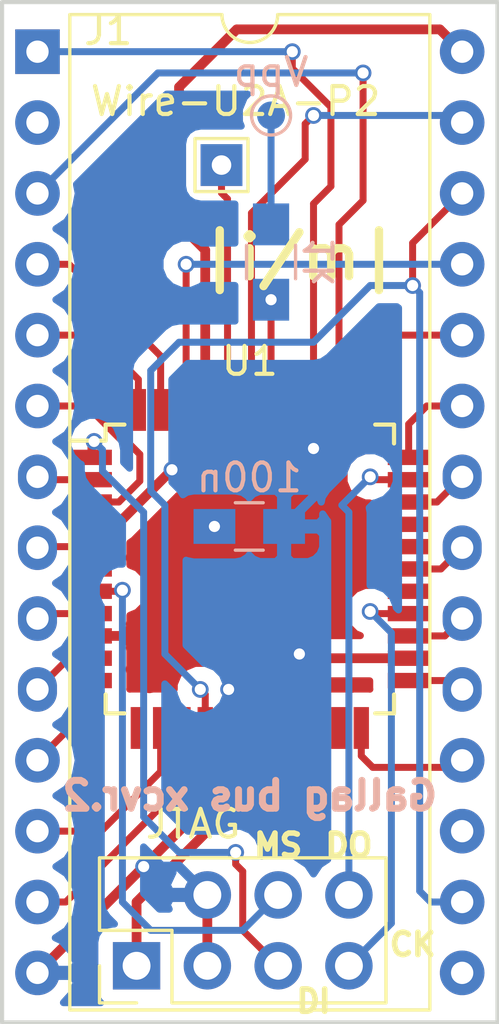
<source format=kicad_pcb>
(kicad_pcb (version 4) (host pcbnew 4.0.7-e2-6376~58~ubuntu16.04.1)

  (general
    (links 43)
    (no_connects 0)
    (area 164.516999 110.668999 182.447001 148.947)
    (thickness 1.6)
    (drawings 10)
    (tracks 187)
    (zones 0)
    (modules 7)
    (nets 43)
  )

  (page A4)
  (title_block
    (title "Gallag (blue?) daughterboard")
    (date 2023-11-24)
    (rev 0.2)
    (company IZ8DWF)
  )

  (layers
    (0 F.Cu signal)
    (31 B.Cu signal)
    (32 B.Adhes user)
    (33 F.Adhes user)
    (34 B.Paste user)
    (35 F.Paste user)
    (36 B.SilkS user)
    (37 F.SilkS user)
    (38 B.Mask user)
    (39 F.Mask user)
    (40 Dwgs.User user)
    (41 Cmts.User user)
    (42 Eco1.User user)
    (43 Eco2.User user)
    (44 Edge.Cuts user)
    (45 Margin user)
    (46 B.CrtYd user)
    (47 F.CrtYd user)
    (48 B.Fab user)
    (49 F.Fab user)
  )

  (setup
    (last_trace_width 0.25)
    (trace_clearance 0.2)
    (zone_clearance 0.508)
    (zone_45_only no)
    (trace_min 0.2)
    (segment_width 0.2)
    (edge_width 0.15)
    (via_size 0.6)
    (via_drill 0.4)
    (via_min_size 0.4)
    (via_min_drill 0.3)
    (uvia_size 0.3)
    (uvia_drill 0.1)
    (uvias_allowed no)
    (uvia_min_size 0.2)
    (uvia_min_drill 0.1)
    (pcb_text_width 0.3)
    (pcb_text_size 1.5 1.5)
    (mod_edge_width 0.15)
    (mod_text_size 1 1)
    (mod_text_width 0.15)
    (pad_size 0.85 0.75)
    (pad_drill 0.5)
    (pad_to_mask_clearance 0.2)
    (aux_axis_origin 0 0)
    (visible_elements FFFFFF7F)
    (pcbplotparams
      (layerselection 0x010f0_80000001)
      (usegerberextensions true)
      (excludeedgelayer true)
      (linewidth 0.100000)
      (plotframeref false)
      (viasonmask false)
      (mode 1)
      (useauxorigin false)
      (hpglpennumber 1)
      (hpglpenspeed 20)
      (hpglpendiameter 15)
      (hpglpenoverlay 2)
      (psnegative false)
      (psa4output false)
      (plotreference true)
      (plotvalue true)
      (plotinvisibletext false)
      (padsonsilk false)
      (subtractmaskfromsilk false)
      (outputformat 1)
      (mirror false)
      (drillshape 0)
      (scaleselection 1)
      (outputdirectory gerber/))
  )

  (net 0 "")
  (net 1 VCC)
  (net 2 GND)
  (net 3 /CK6)
  (net 4 /~RD)
  (net 5 "Net-(J1-Pad2)")
  (net 6 /~CK1.5)
  (net 7 "Net-(J1-Pad17)")
  (net 8 /LD1)
  (net 9 /LD0)
  (net 10 /LD7)
  (net 11 /LD2)
  (net 12 /LD6)
  (net 13 /LD5)
  (net 14 /LD3)
  (net 15 /LD4)
  (net 16 /DBR/~W)
  (net 17 /BR/~W)
  (net 18 /~MRQ)
  (net 19 /DCK1.5)
  (net 20 "Net-(J3-Pad1)")
  (net 21 "Net-(R1-Pad2)")
  (net 22 /SD6)
  (net 23 /SD5)
  (net 24 /SD4)
  (net 25 /SD3)
  (net 26 /SD2)
  (net 27 /SD1)
  (net 28 /SD0)
  (net 29 /SD7)
  (net 30 "Net-(U1-Pad18)")
  (net 31 "Net-(U1-Pad19)")
  (net 32 "Net-(U1-Pad20)")
  (net 33 "Net-(U1-Pad21)")
  (net 34 "Net-(U1-Pad30)")
  (net 35 "Net-(U1-Pad27)")
  (net 36 "Net-(U1-Pad6)")
  (net 37 "Net-(U1-Pad12)")
  (net 38 "Net-(J1-Pad15)")
  (net 39 "Net-(J4-Pad6)")
  (net 40 "Net-(J4-Pad5)")
  (net 41 "Net-(J4-Pad7)")
  (net 42 "Net-(J4-Pad8)")

  (net_class Default "This is the default net class."
    (clearance 0.2)
    (trace_width 0.25)
    (via_dia 0.6)
    (via_drill 0.4)
    (uvia_dia 0.3)
    (uvia_drill 0.1)
    (add_net /BR/~W)
    (add_net /CK6)
    (add_net /DBR/~W)
    (add_net /DCK1.5)
    (add_net /LD0)
    (add_net /LD1)
    (add_net /LD2)
    (add_net /LD3)
    (add_net /LD4)
    (add_net /LD5)
    (add_net /LD6)
    (add_net /LD7)
    (add_net /SD0)
    (add_net /SD1)
    (add_net /SD2)
    (add_net /SD3)
    (add_net /SD4)
    (add_net /SD5)
    (add_net /SD6)
    (add_net /SD7)
    (add_net /~CK1.5)
    (add_net /~MRQ)
    (add_net /~RD)
    (add_net "Net-(J1-Pad15)")
    (add_net "Net-(J1-Pad17)")
    (add_net "Net-(J1-Pad2)")
    (add_net "Net-(J3-Pad1)")
    (add_net "Net-(J4-Pad5)")
    (add_net "Net-(J4-Pad6)")
    (add_net "Net-(J4-Pad7)")
    (add_net "Net-(J4-Pad8)")
    (add_net "Net-(R1-Pad2)")
    (add_net "Net-(U1-Pad12)")
    (add_net "Net-(U1-Pad18)")
    (add_net "Net-(U1-Pad19)")
    (add_net "Net-(U1-Pad20)")
    (add_net "Net-(U1-Pad21)")
    (add_net "Net-(U1-Pad27)")
    (add_net "Net-(U1-Pad30)")
    (add_net "Net-(U1-Pad6)")
  )

  (net_class pwr ""
    (clearance 0.2)
    (trace_width 0.35)
    (via_dia 0.6)
    (via_drill 0.4)
    (uvia_dia 0.3)
    (uvia_drill 0.1)
    (add_net GND)
    (add_net VCC)
  )

  (module Pin_Headers:Pin_Header_Straight_2x04_Pitch2.54mm (layer F.Cu) (tedit 62A3904F) (tstamp 62A35A24)
    (at 169.418 145.288 90)
    (descr "Through hole straight pin header, 2x04, 2.54mm pitch, double rows")
    (tags "Through hole pin header THT 2x04 2.54mm double row")
    (path /62A356CB)
    (fp_text reference J4 (at 1.27 -2.33 90) (layer F.SilkS) hide
      (effects (font (size 1 1) (thickness 0.15)))
    )
    (fp_text value JTAG (at 5.08 2.032 180) (layer F.SilkS)
      (effects (font (size 1 1) (thickness 0.15)))
    )
    (fp_line (start 0 -1.27) (end 3.81 -1.27) (layer F.Fab) (width 0.1))
    (fp_line (start 3.81 -1.27) (end 3.81 8.89) (layer F.Fab) (width 0.1))
    (fp_line (start 3.81 8.89) (end -1.27 8.89) (layer F.Fab) (width 0.1))
    (fp_line (start -1.27 8.89) (end -1.27 0) (layer F.Fab) (width 0.1))
    (fp_line (start -1.27 0) (end 0 -1.27) (layer F.Fab) (width 0.1))
    (fp_line (start -1.33 8.95) (end 3.87 8.95) (layer F.SilkS) (width 0.12))
    (fp_line (start -1.33 1.27) (end -1.33 8.95) (layer F.SilkS) (width 0.12))
    (fp_line (start 3.87 -1.33) (end 3.87 8.95) (layer F.SilkS) (width 0.12))
    (fp_line (start -1.33 1.27) (end 1.27 1.27) (layer F.SilkS) (width 0.12))
    (fp_line (start 1.27 1.27) (end 1.27 -1.33) (layer F.SilkS) (width 0.12))
    (fp_line (start 1.27 -1.33) (end 3.87 -1.33) (layer F.SilkS) (width 0.12))
    (fp_line (start -1.33 0) (end -1.33 -1.33) (layer F.SilkS) (width 0.12))
    (fp_line (start -1.33 -1.33) (end 0 -1.33) (layer F.SilkS) (width 0.12))
    (fp_line (start -1.8 -1.8) (end -1.8 9.4) (layer F.CrtYd) (width 0.05))
    (fp_line (start -1.8 9.4) (end 4.35 9.4) (layer F.CrtYd) (width 0.05))
    (fp_line (start 4.35 9.4) (end 4.35 -1.8) (layer F.CrtYd) (width 0.05))
    (fp_line (start 4.35 -1.8) (end -1.8 -1.8) (layer F.CrtYd) (width 0.05))
    (fp_text user %R (at 1.27 3.81 180) (layer F.Fab) hide
      (effects (font (size 1 1) (thickness 0.15)))
    )
    (pad 1 thru_hole rect (at 0 0 90) (size 1.7 1.7) (drill 1) (layers *.Cu *.Mask)
      (net 1 VCC))
    (pad 3 thru_hole oval (at 0 2.54 90) (size 1.7 1.7) (drill 1) (layers *.Cu *.Mask)
      (net 2 GND))
    (pad 4 thru_hole oval (at 2.54 2.54 90) (size 1.7 1.7) (drill 1) (layers *.Cu *.Mask)
      (net 2 GND))
    (pad 5 thru_hole oval (at 0 5.08 90) (size 1.7 1.7) (drill 1) (layers *.Cu *.Mask)
      (net 40 "Net-(J4-Pad5)"))
    (pad 6 thru_hole oval (at 2.54 5.08 90) (size 1.7 1.7) (drill 1) (layers *.Cu *.Mask)
      (net 39 "Net-(J4-Pad6)"))
    (pad 7 thru_hole oval (at 0 7.62 90) (size 1.7 1.7) (drill 1) (layers *.Cu *.Mask)
      (net 41 "Net-(J4-Pad7)"))
    (pad 8 thru_hole oval (at 2.54 7.62 90) (size 1.7 1.7) (drill 1) (layers *.Cu *.Mask)
      (net 42 "Net-(J4-Pad8)"))
    (model ${KISYS3DMOD}/Pin_Headers.3dshapes/Pin_Header_Straight_2x04_Pitch2.54mm.wrl
      (at (xyz 0 0 0))
      (scale (xyz 1 1 1))
      (rotate (xyz 0 0 0))
    )
  )

  (module Connectors_TestPoints:Test_Point_Pad_d1.0mm (layer B.Cu) (tedit 60FD69D5) (tstamp 60FD6002)
    (at 174.244 114.808)
    (descr "SMD pad as test Point, diameter 1.0mm")
    (tags "test point SMD pad")
    (path /60FD61A0)
    (attr virtual)
    (fp_text reference J3 (at 0 1.448) (layer B.SilkS) hide
      (effects (font (size 1 1) (thickness 0.15)) (justify mirror))
    )
    (fp_text value Vpp (at 0 -1.55) (layer B.SilkS)
      (effects (font (size 1 1) (thickness 0.15)) (justify mirror))
    )
    (fp_text user %R (at 0 1.45) (layer B.Fab) hide
      (effects (font (size 1 1) (thickness 0.15)) (justify mirror))
    )
    (fp_circle (center 0 0) (end 0 -0.7) (layer B.SilkS) (width 0.12))
    (pad 1 smd circle (at 0 0) (size 1 1) (layers B.Cu B.Mask)
      (net 20 "Net-(J3-Pad1)"))
  )

  (module Housings_DIP:DIP-28_W15.24mm (layer F.Cu) (tedit 60FD6929) (tstamp 60FD5FF8)
    (at 165.862 112.522)
    (descr "28-lead though-hole mounted DIP package, row spacing 15.24 mm (600 mils)")
    (tags "THT DIP DIL PDIP 2.54mm 15.24mm 600mil")
    (path /60FD4070)
    (fp_text reference J1 (at 2.54 -0.762) (layer F.SilkS)
      (effects (font (size 1 1) (thickness 0.15)))
    )
    (fp_text value "DIP28-600 header" (at 7.62 35.35) (layer F.Fab) hide
      (effects (font (size 1 1) (thickness 0.15)))
    )
    (fp_arc (start 7.62 -1.33) (end 6.62 -1.33) (angle -180) (layer F.SilkS) (width 0.12))
    (fp_line (start 1.255 -1.27) (end 14.985 -1.27) (layer F.Fab) (width 0.1))
    (fp_line (start 14.985 -1.27) (end 14.985 34.29) (layer F.Fab) (width 0.1))
    (fp_line (start 14.985 34.29) (end 0.255 34.29) (layer F.Fab) (width 0.1))
    (fp_line (start 0.255 34.29) (end 0.255 -0.27) (layer F.Fab) (width 0.1))
    (fp_line (start 0.255 -0.27) (end 1.255 -1.27) (layer F.Fab) (width 0.1))
    (fp_line (start 6.62 -1.33) (end 1.16 -1.33) (layer F.SilkS) (width 0.12))
    (fp_line (start 1.16 -1.33) (end 1.16 34.35) (layer F.SilkS) (width 0.12))
    (fp_line (start 1.16 34.35) (end 14.08 34.35) (layer F.SilkS) (width 0.12))
    (fp_line (start 14.08 34.35) (end 14.08 -1.33) (layer F.SilkS) (width 0.12))
    (fp_line (start 14.08 -1.33) (end 8.62 -1.33) (layer F.SilkS) (width 0.12))
    (fp_line (start -1.05 -1.55) (end -1.05 34.55) (layer F.CrtYd) (width 0.05))
    (fp_line (start -1.05 34.55) (end 16.3 34.55) (layer F.CrtYd) (width 0.05))
    (fp_line (start 16.3 34.55) (end 16.3 -1.55) (layer F.CrtYd) (width 0.05))
    (fp_line (start 16.3 -1.55) (end -1.05 -1.55) (layer F.CrtYd) (width 0.05))
    (fp_text user %R (at 7.62 16.51) (layer F.Fab) hide
      (effects (font (size 1 1) (thickness 0.15)))
    )
    (pad 1 thru_hole rect (at 0 0) (size 1.6 1.6) (drill 0.8) (layers *.Cu *.Mask)
      (net 3 /CK6))
    (pad 15 thru_hole oval (at 15.24 33.02) (size 1.6 1.6) (drill 0.8) (layers *.Cu *.Mask)
      (net 38 "Net-(J1-Pad15)"))
    (pad 2 thru_hole oval (at 0 2.54) (size 1.6 1.6) (drill 0.8) (layers *.Cu *.Mask)
      (net 5 "Net-(J1-Pad2)"))
    (pad 16 thru_hole oval (at 15.24 30.48) (size 1.6 1.6) (drill 0.8) (layers *.Cu *.Mask)
      (net 4 /~RD))
    (pad 3 thru_hole oval (at 0 5.08) (size 1.6 1.6) (drill 0.8) (layers *.Cu *.Mask)
      (net 6 /~CK1.5))
    (pad 17 thru_hole oval (at 15.24 27.94) (size 1.6 1.6) (drill 0.8) (layers *.Cu *.Mask)
      (net 7 "Net-(J1-Pad17)"))
    (pad 4 thru_hole oval (at 0 7.62) (size 1.6 1.6) (drill 0.8) (layers *.Cu *.Mask)
      (net 24 /SD4))
    (pad 18 thru_hole oval (at 15.24 25.4) (size 1.6 1.6) (drill 0.8) (layers *.Cu *.Mask)
      (net 8 /LD1))
    (pad 5 thru_hole oval (at 0 10.16) (size 1.6 1.6) (drill 0.8) (layers *.Cu *.Mask)
      (net 25 /SD3))
    (pad 19 thru_hole oval (at 15.24 22.86) (size 1.4 1.6) (drill 0.8) (layers *.Cu *.Mask)
      (net 9 /LD0))
    (pad 6 thru_hole oval (at 0 12.7) (size 1.6 1.6) (drill 0.8) (layers *.Cu *.Mask)
      (net 23 /SD5))
    (pad 20 thru_hole oval (at 15.24 20.32) (size 1.4 1.6) (drill 0.8) (layers *.Cu *.Mask)
      (net 10 /LD7))
    (pad 7 thru_hole oval (at 0 15.24) (size 1.4 1.6) (drill 0.8) (layers *.Cu *.Mask)
      (net 22 /SD6))
    (pad 21 thru_hole oval (at 15.24 17.78) (size 1.4 1.6) (drill 0.8) (layers *.Cu *.Mask)
      (net 11 /LD2))
    (pad 8 thru_hole oval (at 0 17.78) (size 1.4 1.6) (drill 0.8) (layers *.Cu *.Mask)
      (net 26 /SD2))
    (pad 22 thru_hole oval (at 15.24 15.24) (size 1.4 1.6) (drill 0.8) (layers *.Cu *.Mask)
      (net 12 /LD6))
    (pad 9 thru_hole oval (at 0 20.32) (size 1.4 1.6) (drill 0.8) (layers *.Cu *.Mask)
      (net 29 /SD7))
    (pad 23 thru_hole oval (at 15.24 12.7) (size 1.6 1.6) (drill 0.8) (layers *.Cu *.Mask)
      (net 13 /LD5))
    (pad 10 thru_hole oval (at 0 22.86) (size 1.4 1.6) (drill 0.8) (layers *.Cu *.Mask)
      (net 28 /SD0))
    (pad 24 thru_hole oval (at 15.24 10.16) (size 1.6 1.6) (drill 0.8) (layers *.Cu *.Mask)
      (net 14 /LD3))
    (pad 11 thru_hole oval (at 0 25.4) (size 1.6 1.6) (drill 0.8) (layers *.Cu *.Mask)
      (net 27 /SD1))
    (pad 25 thru_hole oval (at 15.24 7.62) (size 1.6 1.6) (drill 0.8) (layers *.Cu *.Mask)
      (net 15 /LD4))
    (pad 12 thru_hole oval (at 0 27.94) (size 1.6 1.6) (drill 0.8) (layers *.Cu *.Mask)
      (net 16 /DBR/~W))
    (pad 26 thru_hole oval (at 15.24 5.08) (size 1.6 1.6) (drill 0.8) (layers *.Cu *.Mask)
      (net 4 /~RD))
    (pad 13 thru_hole oval (at 0 30.48) (size 1.6 1.6) (drill 0.8) (layers *.Cu *.Mask)
      (net 17 /BR/~W))
    (pad 27 thru_hole oval (at 15.24 2.54) (size 1.6 1.6) (drill 0.8) (layers *.Cu *.Mask)
      (net 18 /~MRQ))
    (pad 14 thru_hole oval (at 0 33.02) (size 1.6 1.6) (drill 0.8) (layers *.Cu *.Mask)
      (net 2 GND))
    (pad 28 thru_hole oval (at 15.24 0) (size 1.6 1.6) (drill 0.8) (layers *.Cu *.Mask)
      (net 1 VCC))
    (model ${KISYS3DMOD}/Housings_DIP.3dshapes/DIP-28_W15.24mm.wrl
      (at (xyz 0 0 0))
      (scale (xyz 1 1 1))
      (rotate (xyz 0 0 0))
    )
  )

  (module Capacitors_SMD:C_0805_HandSoldering (layer B.Cu) (tedit 60FD68BF) (tstamp 60FD5FD8)
    (at 173.462 129.54)
    (descr "Capacitor SMD 0805, hand soldering")
    (tags "capacitor 0805")
    (path /5F46A257)
    (attr smd)
    (fp_text reference C1 (at 0 1.75) (layer B.SilkS) hide
      (effects (font (size 1 1) (thickness 0.15)) (justify mirror))
    )
    (fp_text value 100n (at 0 -1.75) (layer B.SilkS)
      (effects (font (size 1 1) (thickness 0.15)) (justify mirror))
    )
    (fp_text user %R (at 0 1.75) (layer B.Fab) hide
      (effects (font (size 1 1) (thickness 0.15)) (justify mirror))
    )
    (fp_line (start -1 -0.62) (end -1 0.62) (layer B.Fab) (width 0.1))
    (fp_line (start 1 -0.62) (end -1 -0.62) (layer B.Fab) (width 0.1))
    (fp_line (start 1 0.62) (end 1 -0.62) (layer B.Fab) (width 0.1))
    (fp_line (start -1 0.62) (end 1 0.62) (layer B.Fab) (width 0.1))
    (fp_line (start 0.5 0.85) (end -0.5 0.85) (layer B.SilkS) (width 0.12))
    (fp_line (start -0.5 -0.85) (end 0.5 -0.85) (layer B.SilkS) (width 0.12))
    (fp_line (start -2.25 0.88) (end 2.25 0.88) (layer B.CrtYd) (width 0.05))
    (fp_line (start -2.25 0.88) (end -2.25 -0.87) (layer B.CrtYd) (width 0.05))
    (fp_line (start 2.25 -0.87) (end 2.25 0.88) (layer B.CrtYd) (width 0.05))
    (fp_line (start 2.25 -0.87) (end -2.25 -0.87) (layer B.CrtYd) (width 0.05))
    (pad 1 smd rect (at -1.25 0) (size 1.5 1.25) (layers B.Cu B.Paste B.Mask)
      (net 1 VCC))
    (pad 2 smd rect (at 1.25 0) (size 1.5 1.25) (layers B.Cu B.Paste B.Mask)
      (net 2 GND))
    (model Capacitors_SMD.3dshapes/C_0805.wrl
      (at (xyz 0 0 0))
      (scale (xyz 1 1 1))
      (rotate (xyz 0 0 0))
    )
  )

  (module Resistors_SMD:R_0805_HandSoldering (layer B.Cu) (tedit 60FD697B) (tstamp 60FD6010)
    (at 174.244 120.062 270)
    (descr "Resistor SMD 0805, hand soldering")
    (tags "resistor 0805")
    (path /5F3ED112)
    (attr smd)
    (fp_text reference R1 (at 0 1.7 270) (layer B.SilkS) hide
      (effects (font (size 1 1) (thickness 0.15)) (justify mirror))
    )
    (fp_text value 1k (at 0 -1.75 270) (layer B.SilkS)
      (effects (font (size 1 1) (thickness 0.15)) (justify mirror))
    )
    (fp_text user %R (at 0 0 270) (layer B.Fab) hide
      (effects (font (size 0.5 0.5) (thickness 0.075)) (justify mirror))
    )
    (fp_line (start -1 -0.62) (end -1 0.62) (layer B.Fab) (width 0.1))
    (fp_line (start 1 -0.62) (end -1 -0.62) (layer B.Fab) (width 0.1))
    (fp_line (start 1 0.62) (end 1 -0.62) (layer B.Fab) (width 0.1))
    (fp_line (start -1 0.62) (end 1 0.62) (layer B.Fab) (width 0.1))
    (fp_line (start 0.6 -0.88) (end -0.6 -0.88) (layer B.SilkS) (width 0.12))
    (fp_line (start -0.6 0.88) (end 0.6 0.88) (layer B.SilkS) (width 0.12))
    (fp_line (start -2.35 0.9) (end 2.35 0.9) (layer B.CrtYd) (width 0.05))
    (fp_line (start -2.35 0.9) (end -2.35 -0.9) (layer B.CrtYd) (width 0.05))
    (fp_line (start 2.35 -0.9) (end 2.35 0.9) (layer B.CrtYd) (width 0.05))
    (fp_line (start 2.35 -0.9) (end -2.35 -0.9) (layer B.CrtYd) (width 0.05))
    (pad 1 smd rect (at -1.35 0 270) (size 1.5 1.3) (layers B.Cu B.Paste B.Mask)
      (net 20 "Net-(J3-Pad1)"))
    (pad 2 smd rect (at 1.35 0 270) (size 1.5 1.3) (layers B.Cu B.Paste B.Mask)
      (net 21 "Net-(R1-Pad2)"))
    (model ${KISYS3DMOD}/Resistors_SMD.3dshapes/R_0805.wrl
      (at (xyz 0 0 0))
      (scale (xyz 1 1 1))
      (rotate (xyz 0 0 0))
    )
  )

  (module Housings_QFP:TQFP-44_10x10mm_Pitch0.8mm (layer F.Cu) (tedit 60FD68CF) (tstamp 60FD6040)
    (at 173.482 131.064)
    (descr "44-Lead Plastic Thin Quad Flatpack (PT) - 10x10x1.0 mm Body [TQFP] (see Microchip Packaging Specification 00000049BS.pdf)")
    (tags "QFP 0.8")
    (path /5B329559)
    (attr smd)
    (fp_text reference U1 (at 0 -7.45) (layer F.SilkS)
      (effects (font (size 1 1) (thickness 0.15)))
    )
    (fp_text value ATF1502AS-A (at 0 7.45) (layer F.Fab) hide
      (effects (font (size 1 1) (thickness 0.15)))
    )
    (fp_text user %R (at 0 0) (layer F.Fab) hide
      (effects (font (size 1 1) (thickness 0.15)))
    )
    (fp_line (start -4 -5) (end 5 -5) (layer F.Fab) (width 0.15))
    (fp_line (start 5 -5) (end 5 5) (layer F.Fab) (width 0.15))
    (fp_line (start 5 5) (end -5 5) (layer F.Fab) (width 0.15))
    (fp_line (start -5 5) (end -5 -4) (layer F.Fab) (width 0.15))
    (fp_line (start -5 -4) (end -4 -5) (layer F.Fab) (width 0.15))
    (fp_line (start -6.7 -6.7) (end -6.7 6.7) (layer F.CrtYd) (width 0.05))
    (fp_line (start 6.7 -6.7) (end 6.7 6.7) (layer F.CrtYd) (width 0.05))
    (fp_line (start -6.7 -6.7) (end 6.7 -6.7) (layer F.CrtYd) (width 0.05))
    (fp_line (start -6.7 6.7) (end 6.7 6.7) (layer F.CrtYd) (width 0.05))
    (fp_line (start -5.175 -5.175) (end -5.175 -4.6) (layer F.SilkS) (width 0.15))
    (fp_line (start 5.175 -5.175) (end 5.175 -4.5) (layer F.SilkS) (width 0.15))
    (fp_line (start 5.175 5.175) (end 5.175 4.5) (layer F.SilkS) (width 0.15))
    (fp_line (start -5.175 5.175) (end -5.175 4.5) (layer F.SilkS) (width 0.15))
    (fp_line (start -5.175 -5.175) (end -4.5 -5.175) (layer F.SilkS) (width 0.15))
    (fp_line (start -5.175 5.175) (end -4.5 5.175) (layer F.SilkS) (width 0.15))
    (fp_line (start 5.175 5.175) (end 4.5 5.175) (layer F.SilkS) (width 0.15))
    (fp_line (start 5.175 -5.175) (end 4.5 -5.175) (layer F.SilkS) (width 0.15))
    (fp_line (start -5.175 -4.6) (end -6.45 -4.6) (layer F.SilkS) (width 0.15))
    (pad 1 smd rect (at -5.7 -4) (size 1.5 0.55) (layers F.Cu F.Paste F.Mask)
      (net 40 "Net-(J4-Pad5)"))
    (pad 2 smd rect (at -5.7 -3.2) (size 1.5 0.55) (layers F.Cu F.Paste F.Mask)
      (net 22 /SD6))
    (pad 3 smd rect (at -5.7 -2.4) (size 1.5 0.55) (layers F.Cu F.Paste F.Mask)
      (net 23 /SD5))
    (pad 4 smd rect (at -5.7 -1.6) (size 1.5 0.55) (layers F.Cu F.Paste F.Mask)
      (net 2 GND))
    (pad 5 smd rect (at -5.7 -0.8) (size 1.5 0.55) (layers F.Cu F.Paste F.Mask)
      (net 26 /SD2))
    (pad 6 smd rect (at -5.7 0) (size 1.5 0.55) (layers F.Cu F.Paste F.Mask)
      (net 36 "Net-(U1-Pad6)"))
    (pad 7 smd rect (at -5.7 0.8) (size 1.5 0.55) (layers F.Cu F.Paste F.Mask)
      (net 39 "Net-(J4-Pad6)"))
    (pad 8 smd rect (at -5.7 1.6) (size 1.5 0.55) (layers F.Cu F.Paste F.Mask)
      (net 29 /SD7))
    (pad 9 smd rect (at -5.7 2.4) (size 1.5 0.55) (layers F.Cu F.Paste F.Mask)
      (net 1 VCC))
    (pad 10 smd rect (at -5.7 3.2) (size 1.5 0.55) (layers F.Cu F.Paste F.Mask)
      (net 28 /SD0))
    (pad 11 smd rect (at -5.7 4) (size 1.5 0.55) (layers F.Cu F.Paste F.Mask)
      (net 27 /SD1))
    (pad 12 smd rect (at -4 5.7 90) (size 1.5 0.55) (layers F.Cu F.Paste F.Mask)
      (net 37 "Net-(U1-Pad12)"))
    (pad 13 smd rect (at -3.2 5.7 90) (size 1.5 0.55) (layers F.Cu F.Paste F.Mask)
      (net 16 /DBR/~W))
    (pad 14 smd rect (at -2.4 5.7 90) (size 1.5 0.55) (layers F.Cu F.Paste F.Mask)
      (net 17 /BR/~W))
    (pad 15 smd rect (at -1.6 5.7 90) (size 1.5 0.55) (layers F.Cu F.Paste F.Mask)
      (net 4 /~RD))
    (pad 16 smd rect (at -0.8 5.7 90) (size 1.5 0.55) (layers F.Cu F.Paste F.Mask)
      (net 2 GND))
    (pad 17 smd rect (at 0 5.7 90) (size 1.5 0.55) (layers F.Cu F.Paste F.Mask)
      (net 1 VCC))
    (pad 18 smd rect (at 0.8 5.7 90) (size 1.5 0.55) (layers F.Cu F.Paste F.Mask)
      (net 30 "Net-(U1-Pad18)"))
    (pad 19 smd rect (at 1.6 5.7 90) (size 1.5 0.55) (layers F.Cu F.Paste F.Mask)
      (net 31 "Net-(U1-Pad19)"))
    (pad 20 smd rect (at 2.4 5.7 90) (size 1.5 0.55) (layers F.Cu F.Paste F.Mask)
      (net 32 "Net-(U1-Pad20)"))
    (pad 21 smd rect (at 3.2 5.7 90) (size 1.5 0.55) (layers F.Cu F.Paste F.Mask)
      (net 33 "Net-(U1-Pad21)"))
    (pad 22 smd rect (at 4 5.7 90) (size 1.5 0.55) (layers F.Cu F.Paste F.Mask)
      (net 8 /LD1))
    (pad 23 smd rect (at 5.7 4) (size 1.5 0.55) (layers F.Cu F.Paste F.Mask)
      (net 9 /LD0))
    (pad 24 smd rect (at 5.7 3.2) (size 1.5 0.55) (layers F.Cu F.Paste F.Mask)
      (net 2 GND))
    (pad 25 smd rect (at 5.7 2.4) (size 1.5 0.55) (layers F.Cu F.Paste F.Mask)
      (net 10 /LD7))
    (pad 26 smd rect (at 5.7 1.6) (size 1.5 0.55) (layers F.Cu F.Paste F.Mask)
      (net 41 "Net-(J4-Pad7)"))
    (pad 27 smd rect (at 5.7 0.8) (size 1.5 0.55) (layers F.Cu F.Paste F.Mask)
      (net 35 "Net-(U1-Pad27)"))
    (pad 28 smd rect (at 5.7 0) (size 1.5 0.55) (layers F.Cu F.Paste F.Mask)
      (net 11 /LD2))
    (pad 29 smd rect (at 5.7 -0.8) (size 1.5 0.55) (layers F.Cu F.Paste F.Mask)
      (net 1 VCC))
    (pad 30 smd rect (at 5.7 -1.6) (size 1.5 0.55) (layers F.Cu F.Paste F.Mask)
      (net 34 "Net-(U1-Pad30)"))
    (pad 31 smd rect (at 5.7 -2.4) (size 1.5 0.55) (layers F.Cu F.Paste F.Mask)
      (net 12 /LD6))
    (pad 32 smd rect (at 5.7 -3.2) (size 1.5 0.55) (layers F.Cu F.Paste F.Mask)
      (net 42 "Net-(J4-Pad8)"))
    (pad 33 smd rect (at 5.7 -4) (size 1.5 0.55) (layers F.Cu F.Paste F.Mask)
      (net 13 /LD5))
    (pad 34 smd rect (at 4 -5.7 90) (size 1.5 0.55) (layers F.Cu F.Paste F.Mask)
      (net 14 /LD3))
    (pad 35 smd rect (at 3.2 -5.7 90) (size 1.5 0.55) (layers F.Cu F.Paste F.Mask)
      (net 6 /~CK1.5))
    (pad 36 smd rect (at 2.4 -5.7 90) (size 1.5 0.55) (layers F.Cu F.Paste F.Mask)
      (net 2 GND))
    (pad 37 smd rect (at 1.6 -5.7 90) (size 1.5 0.55) (layers F.Cu F.Paste F.Mask)
      (net 3 /CK6))
    (pad 38 smd rect (at 0.8 -5.7 90) (size 1.5 0.55) (layers F.Cu F.Paste F.Mask)
      (net 21 "Net-(R1-Pad2)"))
    (pad 39 smd rect (at 0 -5.7 90) (size 1.5 0.55) (layers F.Cu F.Paste F.Mask)
      (net 18 /~MRQ))
    (pad 40 smd rect (at -0.8 -5.7 90) (size 1.5 0.55) (layers F.Cu F.Paste F.Mask)
      (net 19 /DCK1.5))
    (pad 41 smd rect (at -1.6 -5.7 90) (size 1.5 0.55) (layers F.Cu F.Paste F.Mask)
      (net 1 VCC))
    (pad 42 smd rect (at -2.4 -5.7 90) (size 1.5 0.55) (layers F.Cu F.Paste F.Mask)
      (net 15 /LD4))
    (pad 43 smd rect (at -3.2 -5.7 90) (size 1.5 0.55) (layers F.Cu F.Paste F.Mask)
      (net 24 /SD4))
    (pad 44 smd rect (at -4 -5.7 90) (size 1.5 0.55) (layers F.Cu F.Paste F.Mask)
      (net 25 /SD3))
    (model ${KISYS3DMOD}/Housings_QFP.3dshapes/TQFP-44_10x10mm_Pitch0.8mm.wrl
      (at (xyz 0 0 0))
      (scale (xyz 1 1 1))
      (rotate (xyz 0 0 0))
    )
  )

  (module Connectors_TestPoints:Test_Point_THTPad_1.5x1.5mm_Drill0.7mm (layer F.Cu) (tedit 60FD699A) (tstamp 60FD674D)
    (at 172.466 116.586)
    (descr "THT rectangular pad as test Point, square 1.5mm side length, hole diameter 0.7mm")
    (tags "test point THT pad rectangle square")
    (path /60FD5BBD)
    (attr virtual)
    (fp_text reference J2 (at 0 -1.648) (layer F.SilkS) hide
      (effects (font (size 1 1) (thickness 0.15)))
    )
    (fp_text value Wire-U2A-P2 (at 0.508 -2.286) (layer F.SilkS)
      (effects (font (size 1 1) (thickness 0.15)))
    )
    (fp_text user %R (at 0 -1.65) (layer F.Fab) hide
      (effects (font (size 1 1) (thickness 0.15)))
    )
    (fp_line (start -0.95 -0.95) (end 0.95 -0.95) (layer F.SilkS) (width 0.12))
    (fp_line (start 0.95 -0.95) (end 0.95 0.95) (layer F.SilkS) (width 0.12))
    (fp_line (start 0.95 0.95) (end -0.95 0.95) (layer F.SilkS) (width 0.12))
    (fp_line (start -0.95 0.95) (end -0.95 -0.95) (layer F.SilkS) (width 0.12))
    (fp_line (start -1.25 -1.25) (end 1.25 -1.25) (layer F.CrtYd) (width 0.05))
    (fp_line (start -1.25 -1.25) (end -1.25 1.25) (layer F.CrtYd) (width 0.05))
    (fp_line (start 1.25 1.25) (end 1.25 -1.25) (layer F.CrtYd) (width 0.05))
    (fp_line (start 1.25 1.25) (end -1.25 1.25) (layer F.CrtYd) (width 0.05))
    (pad 1 np_thru_hole rect (at 0 0) (size 1.5 1.5) (drill 0.7) (layers *.Cu *.Mask)
      (net 19 /DCK1.5))
  )

  (gr_text DI (at 175.768 146.558) (layer F.SilkS)
    (effects (font (size 0.8 0.8) (thickness 0.2)))
  )
  (gr_text MS (at 174.498 140.97) (layer F.SilkS)
    (effects (font (size 0.8 0.8) (thickness 0.2)))
  )
  (gr_text CK (at 179.324 144.526) (layer F.SilkS)
    (effects (font (size 0.8 0.8) (thickness 0.2)))
  )
  (gr_text DO (at 177.038 140.97) (layer F.SilkS)
    (effects (font (size 0.8 0.8) (thickness 0.2)))
  )
  (gr_text "Gallag bus xcvr.2" (at 173.482 139.192) (layer B.SilkS)
    (effects (font (size 1 1) (thickness 0.25)) (justify mirror))
  )
  (gr_text |i/m| (at 175.26 119.888) (layer F.SilkS)
    (effects (font (size 1.5 1.5) (thickness 0.3)))
  )
  (gr_line (start 164.592 147.32) (end 164.592 110.744) (layer Edge.Cuts) (width 0.15))
  (gr_line (start 182.372 147.32) (end 164.592 147.32) (layer Edge.Cuts) (width 0.15))
  (gr_line (start 182.372 110.744) (end 182.372 147.32) (layer Edge.Cuts) (width 0.15))
  (gr_line (start 164.592 110.744) (end 182.372 110.744) (layer Edge.Cuts) (width 0.15))

  (segment (start 173.482 138.938) (end 169.418 143.002) (width 0.35) (layer F.Cu) (net 1))
  (segment (start 169.418 143.002) (end 169.418 145.288) (width 0.35) (layer F.Cu) (net 1) (status 20))
  (segment (start 173.482 136.764) (end 173.482 138.938) (width 0.35) (layer F.Cu) (net 1) (status 10))
  (segment (start 170.942 118.694) (end 170.942 113.792) (width 0.35) (layer F.Cu) (net 1))
  (segment (start 170.942 113.792) (end 173.011999 111.722001) (width 0.35) (layer F.Cu) (net 1))
  (segment (start 173.011999 111.722001) (end 180.302001 111.722001) (width 0.35) (layer F.Cu) (net 1))
  (segment (start 180.302001 111.722001) (end 181.102 112.522) (width 0.35) (layer F.Cu) (net 1) (status 20))
  (segment (start 171.882 125.364) (end 171.882 119.634) (width 0.35) (layer F.Cu) (net 1) (status 10))
  (segment (start 171.882 119.634) (end 170.942 118.694) (width 0.35) (layer F.Cu) (net 1))
  (segment (start 179.182 130.264) (end 179.144 130.302) (width 0.35) (layer F.Cu) (net 1) (status 30))
  (segment (start 179.144 130.302) (end 176.022 130.302) (width 0.35) (layer F.Cu) (net 1) (status 10))
  (segment (start 175.26 129.54) (end 172.212 129.54) (width 0.35) (layer F.Cu) (net 1))
  (segment (start 176.022 130.302) (end 175.26 129.54) (width 0.35) (layer F.Cu) (net 1))
  (segment (start 167.782 133.464) (end 173.292572 133.464) (width 0.35) (layer F.Cu) (net 1) (status 10))
  (segment (start 173.292572 133.464) (end 173.38074 133.552168) (width 0.35) (layer F.Cu) (net 1))
  (segment (start 172.212 132.383428) (end 173.38074 133.552168) (width 0.35) (layer F.Cu) (net 1))
  (segment (start 172.212 129.54) (end 172.212 132.383428) (width 0.35) (layer F.Cu) (net 1))
  (segment (start 173.482 136.764) (end 173.482 133.653428) (width 0.35) (layer F.Cu) (net 1) (status 10))
  (segment (start 173.482 133.653428) (end 173.38074 133.552168) (width 0.35) (layer F.Cu) (net 1))
  (segment (start 167.922 133.604) (end 167.782 133.464) (width 0.35) (layer F.Cu) (net 1) (status 30))
  (segment (start 172.212 127) (end 171.882 126.67) (width 0.35) (layer F.Cu) (net 1))
  (segment (start 171.882 126.67) (end 171.882 125.364) (width 0.35) (layer F.Cu) (net 1) (status 20))
  (segment (start 172.212 129.54) (end 172.212 127) (width 0.35) (layer F.Cu) (net 1))
  (via (at 172.212 129.54) (size 0.6) (drill 0.4) (layers F.Cu B.Cu) (net 1) (status 30))
  (segment (start 171.958 142.748) (end 171.958 145.288) (width 0.35) (layer F.Cu) (net 2) (status 30))
  (segment (start 169.672 141.732) (end 170.942 141.732) (width 0.35) (layer B.Cu) (net 2))
  (segment (start 170.942 141.732) (end 171.958 142.748) (width 0.35) (layer B.Cu) (net 2) (status 20))
  (segment (start 169.672 141.732) (end 165.862 145.542) (width 0.35) (layer F.Cu) (net 2) (status 20))
  (segment (start 172.682 138.722) (end 169.672 141.732) (width 0.35) (layer F.Cu) (net 2))
  (via (at 169.672 141.732) (size 0.6) (drill 0.4) (layers F.Cu B.Cu) (net 2))
  (segment (start 174.244 127.508) (end 174.712 127.976) (width 0.35) (layer B.Cu) (net 2))
  (segment (start 174.712 127.976) (end 174.712 129.54) (width 0.35) (layer B.Cu) (net 2) (status 20))
  (segment (start 170.688 127.508) (end 174.244 127.508) (width 0.35) (layer B.Cu) (net 2))
  (segment (start 167.782 129.464) (end 168.732 129.464) (width 0.35) (layer F.Cu) (net 2) (status 10))
  (segment (start 168.732 129.464) (end 170.688 127.508) (width 0.35) (layer F.Cu) (net 2))
  (via (at 170.688 127.508) (size 0.6) (drill 0.4) (layers F.Cu B.Cu) (net 2))
  (segment (start 174.712 133.564) (end 174.712 133.35) (width 0.35) (layer B.Cu) (net 2))
  (segment (start 174.712 133.35) (end 174.712 129.54) (width 0.35) (layer B.Cu) (net 2) (status 20))
  (segment (start 172.72 135.382) (end 173.019999 135.082001) (width 0.35) (layer B.Cu) (net 2))
  (segment (start 173.019999 135.082001) (end 173.019999 135.042001) (width 0.35) (layer B.Cu) (net 2))
  (segment (start 173.019999 135.042001) (end 174.712 133.35) (width 0.35) (layer B.Cu) (net 2))
  (segment (start 175.26 134.112) (end 174.712 133.564) (width 0.35) (layer B.Cu) (net 2))
  (segment (start 179.182 134.264) (end 175.412 134.264) (width 0.35) (layer F.Cu) (net 2) (status 10))
  (segment (start 175.412 134.264) (end 175.26 134.112) (width 0.35) (layer F.Cu) (net 2))
  (via (at 175.26 134.112) (size 0.6) (drill 0.4) (layers F.Cu B.Cu) (net 2))
  (segment (start 175.768 126.746) (end 175.768 128.484) (width 0.35) (layer B.Cu) (net 2))
  (segment (start 175.768 128.484) (end 174.712 129.54) (width 0.35) (layer B.Cu) (net 2) (status 20))
  (segment (start 175.882 125.364) (end 175.882 126.632) (width 0.35) (layer F.Cu) (net 2) (status 10))
  (segment (start 175.882 126.632) (end 175.768 126.746) (width 0.35) (layer F.Cu) (net 2))
  (via (at 175.768 126.746) (size 0.6) (drill 0.4) (layers F.Cu B.Cu) (net 2))
  (segment (start 172.682 136.764) (end 172.682 135.42) (width 0.35) (layer F.Cu) (net 2) (status 10))
  (segment (start 172.682 135.42) (end 172.72 135.382) (width 0.35) (layer F.Cu) (net 2))
  (via (at 172.72 135.382) (size 0.6) (drill 0.4) (layers F.Cu B.Cu) (net 2))
  (segment (start 172.682 136.764) (end 172.682 138.722) (width 0.35) (layer F.Cu) (net 2) (status 10))
  (segment (start 176.393002 114.507998) (end 176.393002 117.348) (width 0.25) (layer F.Cu) (net 3))
  (segment (start 175.768 123.678) (end 175.768 117.973002) (width 0.25) (layer F.Cu) (net 3))
  (segment (start 175.768 117.973002) (end 176.393002 117.348) (width 0.25) (layer F.Cu) (net 3))
  (segment (start 175.082 124.364) (end 175.768 123.678) (width 0.25) (layer F.Cu) (net 3))
  (segment (start 175.082 124.364) (end 175.082 125.364) (width 0.25) (layer F.Cu) (net 3) (status 20))
  (segment (start 175.006 113.120996) (end 176.393002 114.507998) (width 0.25) (layer F.Cu) (net 3))
  (segment (start 175.006 112.522) (end 175.006 113.120996) (width 0.25) (layer F.Cu) (net 3))
  (segment (start 165.862 112.522) (end 175.006 112.522) (width 0.25) (layer B.Cu) (net 3) (status 10))
  (via (at 175.006 112.522) (size 0.6) (drill 0.4) (layers F.Cu B.Cu) (net 3))
  (segment (start 171.704 135.382) (end 170.434 134.112) (width 0.25) (layer B.Cu) (net 4))
  (segment (start 170.434 134.112) (end 170.434 128.778) (width 0.25) (layer B.Cu) (net 4))
  (segment (start 170.434 128.778) (end 169.926 128.27) (width 0.25) (layer B.Cu) (net 4))
  (segment (start 169.926 128.27) (end 169.926 123.952) (width 0.25) (layer B.Cu) (net 4))
  (segment (start 175.768 122.936) (end 177.8 120.904) (width 0.25) (layer B.Cu) (net 4))
  (segment (start 169.926 123.952) (end 170.942 122.936) (width 0.25) (layer B.Cu) (net 4))
  (segment (start 170.942 122.936) (end 175.768 122.936) (width 0.25) (layer B.Cu) (net 4))
  (segment (start 177.8 120.904) (end 179.324 120.904) (width 0.25) (layer B.Cu) (net 4))
  (segment (start 171.882 136.764) (end 171.882 135.56) (width 0.25) (layer F.Cu) (net 4))
  (segment (start 171.882 135.56) (end 171.704 135.382) (width 0.25) (layer F.Cu) (net 4))
  (via (at 171.704 135.382) (size 0.6) (drill 0.4) (layers F.Cu B.Cu) (net 4))
  (segment (start 179.578 142.60937) (end 179.578 121.158) (width 0.25) (layer B.Cu) (net 4))
  (segment (start 179.324 120.904) (end 179.324 119.38) (width 0.25) (layer F.Cu) (net 4))
  (segment (start 179.324 119.38) (end 181.102 117.602) (width 0.25) (layer F.Cu) (net 4) (status 20))
  (segment (start 179.578 121.158) (end 179.324 120.904) (width 0.25) (layer B.Cu) (net 4))
  (via (at 179.324 120.904) (size 0.6) (drill 0.4) (layers F.Cu B.Cu) (net 4))
  (segment (start 179.97063 143.002) (end 179.578 142.60937) (width 0.25) (layer B.Cu) (net 4))
  (segment (start 179.97063 143.002) (end 181.102 143.002) (width 0.25) (layer B.Cu) (net 4) (status 20))
  (segment (start 170.18 113.284) (end 177.546 113.284) (width 0.25) (layer B.Cu) (net 6))
  (segment (start 176.682 118.72) (end 177.546 117.856) (width 0.25) (layer F.Cu) (net 6))
  (segment (start 177.546 117.856) (end 177.546 113.284) (width 0.25) (layer F.Cu) (net 6))
  (via (at 177.546 113.284) (size 0.6) (drill 0.4) (layers F.Cu B.Cu) (net 6))
  (segment (start 176.682 125.364) (end 176.682 118.72) (width 0.25) (layer F.Cu) (net 6) (status 10))
  (segment (start 165.862 117.602) (end 170.18 113.284) (width 0.25) (layer B.Cu) (net 6) (status 10))
  (segment (start 177.482 136.764) (end 177.482 137.764) (width 0.25) (layer F.Cu) (net 8) (status 10))
  (segment (start 177.482 137.764) (end 177.894 138.176) (width 0.25) (layer F.Cu) (net 8))
  (segment (start 177.894 138.176) (end 180.848 138.176) (width 0.25) (layer F.Cu) (net 8) (status 20))
  (segment (start 180.848 138.176) (end 181.102 137.922) (width 0.25) (layer F.Cu) (net 8) (status 30))
  (segment (start 179.182 135.064) (end 180.784 135.064) (width 0.25) (layer F.Cu) (net 9) (status 30))
  (segment (start 180.784 135.064) (end 181.102 135.382) (width 0.25) (layer F.Cu) (net 9) (status 30))
  (segment (start 179.182 133.464) (end 180.48 133.464) (width 0.25) (layer F.Cu) (net 10) (status 10))
  (segment (start 180.48 133.464) (end 181.102 132.842) (width 0.25) (layer F.Cu) (net 10) (status 20))
  (segment (start 179.182 131.064) (end 180.34 131.064) (width 0.25) (layer F.Cu) (net 11) (status 10))
  (segment (start 180.34 131.064) (end 181.102 130.302) (width 0.25) (layer F.Cu) (net 11) (status 20))
  (segment (start 179.182 128.664) (end 180.2 128.664) (width 0.25) (layer F.Cu) (net 12) (status 10))
  (segment (start 180.2 128.664) (end 181.102 127.762) (width 0.25) (layer F.Cu) (net 12) (status 20))
  (segment (start 179.182 125.872) (end 179.832 125.222) (width 0.25) (layer F.Cu) (net 13))
  (segment (start 179.832 125.222) (end 181.102 125.222) (width 0.25) (layer F.Cu) (net 13) (status 20))
  (segment (start 179.182 127.064) (end 179.182 125.872) (width 0.25) (layer F.Cu) (net 13) (status 10))
  (segment (start 177.482 123.762) (end 178.562 122.682) (width 0.25) (layer F.Cu) (net 14))
  (segment (start 178.562 122.682) (end 181.102 122.682) (width 0.25) (layer F.Cu) (net 14) (status 20))
  (segment (start 177.482 125.364) (end 177.482 123.762) (width 0.25) (layer F.Cu) (net 14) (status 10))
  (segment (start 171.196 120.142) (end 171.196 125.25) (width 0.25) (layer F.Cu) (net 15) (status 20))
  (segment (start 171.196 125.25) (end 171.082 125.364) (width 0.25) (layer F.Cu) (net 15) (status 30))
  (segment (start 181.102 120.142) (end 171.196 120.142) (width 0.25) (layer B.Cu) (net 15) (status 10))
  (via (at 171.196 120.142) (size 0.6) (drill 0.4) (layers F.Cu B.Cu) (net 15))
  (segment (start 170.282 136.764) (end 170.282 138.328) (width 0.25) (layer F.Cu) (net 16) (status 10))
  (segment (start 170.282 138.328) (end 168.148 140.462) (width 0.25) (layer F.Cu) (net 16))
  (segment (start 168.148 140.462) (end 165.862 140.462) (width 0.25) (layer F.Cu) (net 16) (status 20))
  (segment (start 171.082 138.798) (end 166.878 143.002) (width 0.25) (layer F.Cu) (net 17))
  (segment (start 166.878 143.002) (end 165.862 143.002) (width 0.25) (layer F.Cu) (net 17) (status 20))
  (segment (start 171.082 138.798) (end 171.082 136.764) (width 0.25) (layer F.Cu) (net 17) (status 20))
  (segment (start 175.768 114.808) (end 175.468001 115.107999) (width 0.25) (layer F.Cu) (net 18))
  (segment (start 175.468001 115.107999) (end 175.468001 116.377999) (width 0.25) (layer F.Cu) (net 18))
  (segment (start 175.468001 116.377999) (end 173.541001 118.304999) (width 0.25) (layer F.Cu) (net 18))
  (segment (start 173.541001 118.304999) (end 173.541001 124.304999) (width 0.25) (layer F.Cu) (net 18))
  (segment (start 173.541001 124.304999) (end 173.482 124.364) (width 0.25) (layer F.Cu) (net 18))
  (segment (start 173.482 124.364) (end 173.482 125.364) (width 0.25) (layer F.Cu) (net 18))
  (segment (start 175.768 114.808) (end 180.848 114.808) (width 0.25) (layer B.Cu) (net 18) (status 20))
  (segment (start 180.848 114.808) (end 181.102 115.062) (width 0.25) (layer B.Cu) (net 18) (status 30))
  (via (at 175.768 114.808) (size 0.6) (drill 0.4) (layers F.Cu B.Cu) (net 18))
  (segment (start 172.466 116.586) (end 172.466 117.586) (width 0.25) (layer F.Cu) (net 19) (status 10))
  (segment (start 172.466 117.586) (end 172.682 117.802) (width 0.25) (layer F.Cu) (net 19))
  (segment (start 172.682 117.802) (end 172.682 125.364) (width 0.25) (layer F.Cu) (net 19) (status 20))
  (segment (start 174.244 114.808) (end 174.244 118.712) (width 0.25) (layer B.Cu) (net 20) (status 30))
  (segment (start 174.244 121.412) (end 174.244 125.326) (width 0.25) (layer F.Cu) (net 21))
  (segment (start 174.244 125.326) (end 174.282 125.364) (width 0.25) (layer F.Cu) (net 21))
  (via (at 174.244 121.412) (size 0.6) (drill 0.4) (layers F.Cu B.Cu) (net 21) (status 30))
  (segment (start 167.782 127.864) (end 165.964 127.864) (width 0.25) (layer F.Cu) (net 22) (status 30))
  (segment (start 165.964 127.864) (end 165.862 127.762) (width 0.25) (layer F.Cu) (net 22) (status 30))
  (segment (start 165.862 125.222) (end 167.64 125.222) (width 0.25) (layer F.Cu) (net 23) (status 10))
  (segment (start 167.64 125.222) (end 169.046999 126.628999) (width 0.25) (layer F.Cu) (net 23))
  (segment (start 169.535002 127.910998) (end 168.782 128.664) (width 0.25) (layer F.Cu) (net 23))
  (segment (start 169.046999 126.628999) (end 169.210001 126.628999) (width 0.25) (layer F.Cu) (net 23))
  (segment (start 169.210001 126.628999) (end 169.535001 126.953999) (width 0.25) (layer F.Cu) (net 23))
  (segment (start 169.535001 126.953999) (end 169.535002 127.910998) (width 0.25) (layer F.Cu) (net 23))
  (segment (start 168.782 128.664) (end 167.782 128.664) (width 0.25) (layer F.Cu) (net 23) (status 20))
  (segment (start 165.862 120.142) (end 166.99337 120.142) (width 0.25) (layer F.Cu) (net 24) (status 10))
  (segment (start 166.99337 120.142) (end 170.282 123.43063) (width 0.25) (layer F.Cu) (net 24))
  (segment (start 170.282 123.43063) (end 170.282 125.364) (width 0.25) (layer F.Cu) (net 24) (status 20))
  (segment (start 165.862 122.682) (end 167.894 122.682) (width 0.25) (layer F.Cu) (net 25) (status 10))
  (segment (start 167.894 122.682) (end 169.482 124.27) (width 0.25) (layer F.Cu) (net 25))
  (segment (start 169.482 124.27) (end 169.482 125.364) (width 0.25) (layer F.Cu) (net 25) (status 20))
  (segment (start 167.782 130.264) (end 165.9 130.264) (width 0.25) (layer F.Cu) (net 26) (status 30))
  (segment (start 165.9 130.264) (end 165.862 130.302) (width 0.25) (layer F.Cu) (net 26) (status 30))
  (segment (start 165.862 137.922) (end 167.782 136.002) (width 0.25) (layer F.Cu) (net 27) (status 10))
  (segment (start 167.782 136.002) (end 167.782 135.064) (width 0.25) (layer F.Cu) (net 27) (status 20))
  (segment (start 167.782 134.264) (end 166.98 134.264) (width 0.25) (layer F.Cu) (net 28) (status 10))
  (segment (start 166.98 134.264) (end 165.862 135.382) (width 0.25) (layer F.Cu) (net 28) (status 20))
  (segment (start 167.782 132.664) (end 166.04 132.664) (width 0.25) (layer F.Cu) (net 29) (status 30))
  (segment (start 166.04 132.664) (end 165.862 132.842) (width 0.25) (layer F.Cu) (net 29) (status 30))
  (segment (start 168.91 131.826) (end 168.91 143.002) (width 0.25) (layer B.Cu) (net 39))
  (segment (start 168.91 143.002) (end 169.926 144.018) (width 0.25) (layer B.Cu) (net 39))
  (segment (start 169.926 144.018) (end 173.228 144.018) (width 0.25) (layer B.Cu) (net 39))
  (segment (start 173.228 144.018) (end 174.498 142.748) (width 0.25) (layer B.Cu) (net 39) (status 20))
  (segment (start 167.782 131.864) (end 168.872 131.864) (width 0.25) (layer F.Cu) (net 39) (status 10))
  (segment (start 168.872 131.864) (end 168.91 131.826) (width 0.25) (layer F.Cu) (net 39))
  (via (at 168.91 131.826) (size 0.6) (drill 0.4) (layers F.Cu B.Cu) (net 39))
  (segment (start 174.498 145.288) (end 173.228 144.018) (width 0.25) (layer F.Cu) (net 40) (status 10))
  (segment (start 173.228 144.018) (end 173.228 141.902264) (width 0.25) (layer F.Cu) (net 40))
  (segment (start 173.228 141.902264) (end 172.974 141.648264) (width 0.25) (layer F.Cu) (net 40))
  (segment (start 172.974 141.648264) (end 172.974 141.224) (width 0.25) (layer F.Cu) (net 40))
  (segment (start 170.942 141.224) (end 172.974 141.224) (width 0.25) (layer B.Cu) (net 40))
  (via (at 172.974 141.224) (size 0.6) (drill 0.4) (layers F.Cu B.Cu) (net 40))
  (segment (start 169.672 139.954) (end 170.942 141.224) (width 0.25) (layer B.Cu) (net 40))
  (segment (start 169.672 129.032) (end 169.672 139.954) (width 0.25) (layer B.Cu) (net 40))
  (segment (start 168.193999 127.553999) (end 169.672 129.032) (width 0.25) (layer B.Cu) (net 40))
  (segment (start 167.894 126.492) (end 168.193999 126.791999) (width 0.25) (layer B.Cu) (net 40))
  (segment (start 168.193999 126.791999) (end 168.193999 127.553999) (width 0.25) (layer B.Cu) (net 40))
  (segment (start 167.782 127.064) (end 167.782 126.604) (width 0.25) (layer F.Cu) (net 40) (status 10))
  (via (at 167.894 126.492) (size 0.6) (drill 0.4) (layers F.Cu B.Cu) (net 40))
  (segment (start 167.782 126.604) (end 167.894 126.492) (width 0.25) (layer F.Cu) (net 40))
  (segment (start 177.8 132.588) (end 178.562 133.35) (width 0.25) (layer B.Cu) (net 41))
  (segment (start 178.562 133.35) (end 178.562 143.764) (width 0.25) (layer B.Cu) (net 41))
  (segment (start 178.562 143.764) (end 177.038 145.288) (width 0.25) (layer B.Cu) (net 41))
  (segment (start 179.182 132.664) (end 177.876 132.664) (width 0.25) (layer F.Cu) (net 41))
  (segment (start 177.876 132.664) (end 177.8 132.588) (width 0.25) (layer F.Cu) (net 41))
  (via (at 177.8 132.588) (size 0.6) (drill 0.4) (layers F.Cu B.Cu) (net 41))
  (segment (start 176.784 128.778) (end 177.038 129.032) (width 0.25) (layer B.Cu) (net 42))
  (segment (start 177.038 129.032) (end 177.038 142.748) (width 0.25) (layer B.Cu) (net 42))
  (segment (start 177.8 127.762) (end 176.784 128.778) (width 0.25) (layer B.Cu) (net 42))
  (segment (start 179.182 127.864) (end 177.902 127.864) (width 0.25) (layer F.Cu) (net 42))
  (segment (start 177.902 127.864) (end 177.8 127.762) (width 0.25) (layer F.Cu) (net 42))
  (via (at 177.8 127.762) (size 0.6) (drill 0.4) (layers F.Cu B.Cu) (net 42))

  (zone (net 2) (net_name GND) (layer B.Cu) (tstamp 0) (hatch edge 0.508)
    (connect_pads (clearance 0.508))
    (min_thickness 0.254)
    (fill yes (arc_segments 16) (thermal_gap 0.508) (thermal_bridge_width 0.508))
    (polygon
      (pts
        (xy 164.846 110.998) (xy 182.118 110.998) (xy 182.118 147.066) (xy 164.846 146.812)
      )
    )
    (filled_polygon
      (pts
        (xy 173.282355 114.164235) (xy 173.109197 114.581244) (xy 173.108803 115.032775) (xy 173.173172 115.18856) (xy 171.716 115.18856)
        (xy 171.480683 115.232838) (xy 171.264559 115.37191) (xy 171.119569 115.58411) (xy 171.06856 115.836) (xy 171.06856 117.336)
        (xy 171.112838 117.571317) (xy 171.25191 117.787441) (xy 171.46411 117.932431) (xy 171.716 117.98344) (xy 172.94656 117.98344)
        (xy 172.94656 119.382) (xy 171.758463 119.382) (xy 171.726327 119.349808) (xy 171.382799 119.207162) (xy 171.010833 119.206838)
        (xy 170.667057 119.348883) (xy 170.403808 119.611673) (xy 170.261162 119.955201) (xy 170.260838 120.327167) (xy 170.402883 120.670943)
        (xy 170.665673 120.934192) (xy 171.009201 121.076838) (xy 171.381167 121.077162) (xy 171.724943 120.935117) (xy 171.758118 120.902)
        (xy 172.94656 120.902) (xy 172.94656 122.162) (xy 172.949194 122.176) (xy 170.942 122.176) (xy 170.651161 122.233852)
        (xy 170.404599 122.398599) (xy 169.388599 123.414599) (xy 169.223852 123.661161) (xy 169.166 123.952) (xy 169.166 127.451198)
        (xy 168.953999 127.239197) (xy 168.953999 126.791999) (xy 168.896147 126.50116) (xy 168.82908 126.400787) (xy 168.829162 126.306833)
        (xy 168.687117 125.963057) (xy 168.424327 125.699808) (xy 168.080799 125.557162) (xy 167.708833 125.556838) (xy 167.365057 125.698883)
        (xy 167.101808 125.961673) (xy 166.959162 126.305201) (xy 166.958838 126.677167) (xy 167.100883 127.020943) (xy 167.363673 127.284192)
        (xy 167.433999 127.313394) (xy 167.433999 127.553999) (xy 167.491851 127.844838) (xy 167.656598 128.0914) (xy 168.912 129.346802)
        (xy 168.912 130.891001) (xy 168.724833 130.890838) (xy 168.381057 131.032883) (xy 168.117808 131.295673) (xy 167.975162 131.639201)
        (xy 167.974838 132.011167) (xy 168.116883 132.354943) (xy 168.15 132.388118) (xy 168.15 143.002) (xy 168.207852 143.292839)
        (xy 168.372599 143.539401) (xy 168.623758 143.79056) (xy 168.568 143.79056) (xy 168.332683 143.834838) (xy 168.116559 143.97391)
        (xy 167.971569 144.18611) (xy 167.92056 144.438) (xy 167.92056 146.138) (xy 167.964838 146.373317) (xy 168.10391 146.589441)
        (xy 168.133999 146.61) (xy 166.79358 146.61) (xy 167.093041 146.279423) (xy 167.253904 145.891039) (xy 167.131915 145.669)
        (xy 165.989 145.669) (xy 165.989 145.689) (xy 165.735 145.689) (xy 165.735 145.669) (xy 165.715 145.669)
        (xy 165.715 145.415) (xy 165.735 145.415) (xy 165.735 145.395) (xy 165.989 145.395) (xy 165.989 145.415)
        (xy 167.131915 145.415) (xy 167.253904 145.192961) (xy 167.093041 144.804577) (xy 166.717134 144.389611) (xy 166.500297 144.286986)
        (xy 166.904811 144.016698) (xy 167.21588 143.551151) (xy 167.325113 143.002) (xy 167.21588 142.452849) (xy 166.904811 141.987302)
        (xy 166.522725 141.732) (xy 166.904811 141.476698) (xy 167.21588 141.011151) (xy 167.325113 140.462) (xy 167.21588 139.912849)
        (xy 166.904811 139.447302) (xy 166.522725 139.192) (xy 166.904811 138.936698) (xy 167.21588 138.471151) (xy 167.325113 137.922)
        (xy 167.21588 137.372849) (xy 166.904811 136.907302) (xy 166.516268 136.647685) (xy 166.805988 136.454101) (xy 167.095379 136.020995)
        (xy 167.197 135.510113) (xy 167.197 135.253887) (xy 167.095379 134.743005) (xy 166.805988 134.309899) (xy 166.50981 134.112)
        (xy 166.805988 133.914101) (xy 167.095379 133.480995) (xy 167.197 132.970113) (xy 167.197 132.713887) (xy 167.095379 132.203005)
        (xy 166.805988 131.769899) (xy 166.50981 131.572) (xy 166.805988 131.374101) (xy 167.095379 130.940995) (xy 167.197 130.430113)
        (xy 167.197 130.173887) (xy 167.095379 129.663005) (xy 166.805988 129.229899) (xy 166.50981 129.032) (xy 166.805988 128.834101)
        (xy 167.095379 128.400995) (xy 167.197 127.890113) (xy 167.197 127.633887) (xy 167.095379 127.123005) (xy 166.805988 126.689899)
        (xy 166.516268 126.496315) (xy 166.904811 126.236698) (xy 167.21588 125.771151) (xy 167.325113 125.222) (xy 167.21588 124.672849)
        (xy 166.904811 124.207302) (xy 166.522725 123.952) (xy 166.904811 123.696698) (xy 167.21588 123.231151) (xy 167.325113 122.682)
        (xy 167.21588 122.132849) (xy 166.904811 121.667302) (xy 166.522725 121.412) (xy 166.904811 121.156698) (xy 167.21588 120.691151)
        (xy 167.325113 120.142) (xy 167.21588 119.592849) (xy 166.904811 119.127302) (xy 166.522725 118.872) (xy 166.904811 118.616698)
        (xy 167.21588 118.151151) (xy 167.325113 117.602) (xy 167.260688 117.278114) (xy 170.494802 114.044) (xy 173.4028 114.044)
      )
    )
    (filled_polygon
      (pts
        (xy 172.085 145.161) (xy 172.105 145.161) (xy 172.105 145.415) (xy 172.085 145.415) (xy 172.085 145.435)
        (xy 171.831 145.435) (xy 171.831 145.415) (xy 171.811 145.415) (xy 171.811 145.161) (xy 171.831 145.161)
        (xy 171.831 145.141) (xy 172.085 145.141)
      )
    )
    (filled_polygon
      (pts
        (xy 170.404599 141.761401) (xy 170.65116 141.926148) (xy 170.72772 141.941377) (xy 170.516514 142.391108) (xy 170.637181 142.621)
        (xy 171.831 142.621) (xy 171.831 142.601) (xy 172.085 142.601) (xy 172.085 142.621) (xy 172.105 142.621)
        (xy 172.105 142.875) (xy 172.085 142.875) (xy 172.085 142.895) (xy 171.831 142.895) (xy 171.831 142.875)
        (xy 170.637181 142.875) (xy 170.516514 143.104892) (xy 170.588418 143.258) (xy 170.240802 143.258) (xy 169.67 142.687198)
        (xy 169.67 141.026802)
      )
    )
    (filled_polygon
      (pts
        (xy 178.793673 121.696192) (xy 178.818 121.706294) (xy 178.818 132.531198) (xy 178.735122 132.44832) (xy 178.735162 132.402833)
        (xy 178.593117 132.059057) (xy 178.330327 131.795808) (xy 177.986799 131.653162) (xy 177.798 131.652998) (xy 177.798 129.032)
        (xy 177.765946 128.870856) (xy 177.93968 128.697122) (xy 177.985167 128.697162) (xy 178.328943 128.555117) (xy 178.592192 128.292327)
        (xy 178.734838 127.948799) (xy 178.735162 127.576833) (xy 178.593117 127.233057) (xy 178.330327 126.969808) (xy 177.986799 126.827162)
        (xy 177.614833 126.826838) (xy 177.271057 126.968883) (xy 177.007808 127.231673) (xy 176.865162 127.575201) (xy 176.865121 127.622077)
        (xy 176.246599 128.240599) (xy 176.081852 128.487161) (xy 176.046246 128.66616) (xy 176.000327 128.555301) (xy 175.821698 128.376673)
        (xy 175.588309 128.28) (xy 174.99775 128.28) (xy 174.839 128.43875) (xy 174.839 129.413) (xy 175.93825 129.413)
        (xy 176.097 129.25425) (xy 176.097 129.09151) (xy 176.246599 129.315401) (xy 176.278 129.346802) (xy 176.278 141.475046)
        (xy 175.987946 141.668853) (xy 175.768 141.998026) (xy 175.548054 141.668853) (xy 175.066285 141.346946) (xy 174.498 141.233907)
        (xy 173.929715 141.346946) (xy 173.908881 141.360866) (xy 173.909162 141.038833) (xy 173.767117 140.695057) (xy 173.504327 140.431808)
        (xy 173.160799 140.289162) (xy 172.788833 140.288838) (xy 172.445057 140.430883) (xy 172.411882 140.464) (xy 171.256802 140.464)
        (xy 170.432 139.639198) (xy 170.432 135.184802) (xy 170.768878 135.52168) (xy 170.768838 135.567167) (xy 170.910883 135.910943)
        (xy 171.173673 136.174192) (xy 171.517201 136.316838) (xy 171.889167 136.317162) (xy 172.232943 136.175117) (xy 172.496192 135.912327)
        (xy 172.638838 135.568799) (xy 172.639162 135.196833) (xy 172.497117 134.853057) (xy 172.234327 134.589808) (xy 171.890799 134.447162)
        (xy 171.843923 134.447121) (xy 171.194 133.797198) (xy 171.194 130.750424) (xy 171.21011 130.761431) (xy 171.462 130.81244)
        (xy 172.962 130.81244) (xy 173.197317 130.768162) (xy 173.413441 130.62909) (xy 173.459969 130.560994) (xy 173.602302 130.703327)
        (xy 173.835691 130.8) (xy 174.42625 130.8) (xy 174.585 130.64125) (xy 174.585 129.667) (xy 174.839 129.667)
        (xy 174.839 130.64125) (xy 174.99775 130.8) (xy 175.588309 130.8) (xy 175.821698 130.703327) (xy 176.000327 130.524699)
        (xy 176.097 130.29131) (xy 176.097 129.82575) (xy 175.93825 129.667) (xy 174.839 129.667) (xy 174.585 129.667)
        (xy 174.565 129.667) (xy 174.565 129.413) (xy 174.585 129.413) (xy 174.585 128.43875) (xy 174.42625 128.28)
        (xy 173.835691 128.28) (xy 173.602302 128.376673) (xy 173.461064 128.51791) (xy 173.42609 128.463559) (xy 173.21389 128.318569)
        (xy 172.962 128.26756) (xy 171.462 128.26756) (xy 171.226683 128.311838) (xy 171.081447 128.405295) (xy 170.971401 128.240599)
        (xy 170.686 127.955198) (xy 170.686 124.266802) (xy 171.256802 123.696) (xy 175.768 123.696) (xy 176.058839 123.638148)
        (xy 176.305401 123.473401) (xy 178.114802 121.664) (xy 178.761537 121.664)
      )
    )
  )
  (zone (net 1) (net_name VCC) (layer F.Cu) (tstamp 0) (hatch edge 0.508)
    (connect_pads (clearance 0.508))
    (min_thickness 0.254)
    (fill yes (arc_segments 16) (thermal_gap 0.508) (thermal_bridge_width 0.508))
    (polygon
      (pts
        (xy 166.878 124.206) (xy 180.34 124.206) (xy 180.34 138.43) (xy 166.878 138.43)
      )
    )
    (filled_polygon
      (pts
        (xy 171.94291 126.565441) (xy 172.073245 126.654495) (xy 172.16775 126.749) (xy 172.28331 126.749) (xy 172.303753 126.740532)
        (xy 172.407 126.76144) (xy 172.957 126.76144) (xy 173.086589 126.737056) (xy 173.207 126.76144) (xy 173.757 126.76144)
        (xy 173.886589 126.737056) (xy 174.007 126.76144) (xy 174.557 126.76144) (xy 174.686589 126.737056) (xy 174.807 126.76144)
        (xy 174.832986 126.76144) (xy 174.832838 126.931167) (xy 174.974883 127.274943) (xy 175.237673 127.538192) (xy 175.581201 127.680838)
        (xy 175.953167 127.681162) (xy 176.296943 127.539117) (xy 176.560192 127.276327) (xy 176.702838 126.932799) (xy 176.702987 126.76144)
        (xy 176.957 126.76144) (xy 177.086589 126.737056) (xy 177.207 126.76144) (xy 177.757 126.76144) (xy 177.791454 126.754957)
        (xy 177.78456 126.789) (xy 177.78456 126.826986) (xy 177.614833 126.826838) (xy 177.271057 126.968883) (xy 177.007808 127.231673)
        (xy 176.865162 127.575201) (xy 176.864838 127.947167) (xy 177.006883 128.290943) (xy 177.269673 128.554192) (xy 177.613201 128.696838)
        (xy 177.78456 128.696987) (xy 177.78456 128.939) (xy 177.808944 129.068589) (xy 177.78456 129.189) (xy 177.78456 129.739)
        (xy 177.80445 129.844705) (xy 177.797 129.86269) (xy 177.797 129.97825) (xy 177.893401 130.074651) (xy 177.96791 130.190441)
        (xy 178.075397 130.263884) (xy 177.980559 130.32491) (xy 177.891505 130.455245) (xy 177.797 130.54975) (xy 177.797 130.66531)
        (xy 177.805468 130.685753) (xy 177.78456 130.789) (xy 177.78456 131.339) (xy 177.808944 131.468589) (xy 177.78456 131.589)
        (xy 177.78456 131.652986) (xy 177.614833 131.652838) (xy 177.271057 131.794883) (xy 177.007808 132.057673) (xy 176.865162 132.401201)
        (xy 176.864838 132.773167) (xy 177.006883 133.116943) (xy 177.269673 133.380192) (xy 177.447422 133.454) (xy 175.924285 133.454)
        (xy 175.790327 133.319808) (xy 175.446799 133.177162) (xy 175.074833 133.176838) (xy 174.731057 133.318883) (xy 174.467808 133.581673)
        (xy 174.325162 133.925201) (xy 174.324838 134.297167) (xy 174.466883 134.640943) (xy 174.729673 134.904192) (xy 175.073201 135.046838)
        (xy 175.276338 135.047015) (xy 175.412 135.074) (xy 177.78456 135.074) (xy 177.78456 135.339) (xy 177.791043 135.373454)
        (xy 177.757 135.36656) (xy 177.207 135.36656) (xy 177.077411 135.390944) (xy 176.957 135.36656) (xy 176.407 135.36656)
        (xy 176.277411 135.390944) (xy 176.157 135.36656) (xy 175.607 135.36656) (xy 175.477411 135.390944) (xy 175.357 135.36656)
        (xy 174.807 135.36656) (xy 174.677411 135.390944) (xy 174.557 135.36656) (xy 174.007 135.36656) (xy 173.901295 135.38645)
        (xy 173.88331 135.379) (xy 173.76775 135.379) (xy 173.671349 135.475401) (xy 173.65491 135.485979) (xy 173.655162 135.196833)
        (xy 173.513117 134.853057) (xy 173.250327 134.589808) (xy 172.906799 134.447162) (xy 172.534833 134.446838) (xy 172.211629 134.580383)
        (xy 171.890799 134.447162) (xy 171.518833 134.446838) (xy 171.175057 134.588883) (xy 170.911808 134.851673) (xy 170.769162 135.195201)
        (xy 170.769007 135.373709) (xy 170.677411 135.390944) (xy 170.557 135.36656) (xy 170.007 135.36656) (xy 169.877411 135.390944)
        (xy 169.757 135.36656) (xy 169.207 135.36656) (xy 169.172546 135.373043) (xy 169.17944 135.339) (xy 169.17944 134.789)
        (xy 169.155056 134.659411) (xy 169.17944 134.539) (xy 169.17944 133.989) (xy 169.15955 133.883295) (xy 169.167 133.86531)
        (xy 169.167 133.74975) (xy 169.070599 133.653349) (xy 168.99609 133.537559) (xy 168.888603 133.464116) (xy 168.983441 133.40309)
        (xy 169.072495 133.272755) (xy 169.167 133.17825) (xy 169.167 133.06269) (xy 169.158532 133.042247) (xy 169.17944 132.939)
        (xy 169.17944 132.726341) (xy 169.438943 132.619117) (xy 169.702192 132.356327) (xy 169.844838 132.012799) (xy 169.845162 131.640833)
        (xy 169.703117 131.297057) (xy 169.440327 131.033808) (xy 169.17944 130.925478) (xy 169.17944 130.789) (xy 169.155056 130.659411)
        (xy 169.17944 130.539) (xy 169.17944 130.12049) (xy 169.304756 130.036756) (xy 170.916084 128.425429) (xy 171.216943 128.301117)
        (xy 171.480192 128.038327) (xy 171.622838 127.694799) (xy 171.623162 127.322833) (xy 171.481117 126.979057) (xy 171.263879 126.76144)
        (xy 171.357 126.76144) (xy 171.462705 126.74155) (xy 171.48069 126.749) (xy 171.59625 126.749) (xy 171.692651 126.652599)
        (xy 171.808441 126.57809) (xy 171.881884 126.470603)
      )
    )
  )
)

</source>
